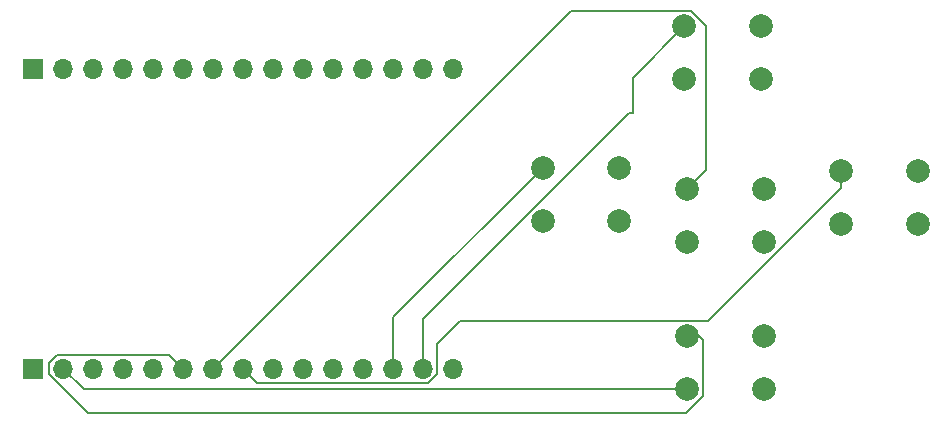
<source format=gbr>
%TF.GenerationSoftware,KiCad,Pcbnew,8.0.8*%
%TF.CreationDate,2025-06-12T22:03:47+05:30*%
%TF.ProjectId,Smart_Tic_Tac_Toe,536d6172-745f-4546-9963-5f5461635f54,rev?*%
%TF.SameCoordinates,Original*%
%TF.FileFunction,Copper,L2,Bot*%
%TF.FilePolarity,Positive*%
%FSLAX46Y46*%
G04 Gerber Fmt 4.6, Leading zero omitted, Abs format (unit mm)*
G04 Created by KiCad (PCBNEW 8.0.8) date 2025-06-12 22:03:47*
%MOMM*%
%LPD*%
G01*
G04 APERTURE LIST*
%TA.AperFunction,ComponentPad*%
%ADD10C,2.000000*%
%TD*%
%TA.AperFunction,ComponentPad*%
%ADD11R,1.700000X1.700000*%
%TD*%
%TA.AperFunction,ComponentPad*%
%ADD12O,1.700000X1.700000*%
%TD*%
%TA.AperFunction,Conductor*%
%ADD13C,0.200000*%
%TD*%
G04 APERTURE END LIST*
D10*
%TO.P,SW1,1,1*%
%TO.N,Net-(J1-Pin_13)*%
X132070000Y-83410000D03*
X138570000Y-83410000D03*
%TO.P,SW1,2,2*%
%TO.N,GND*%
X132070000Y-87910000D03*
X138570000Y-87910000D03*
%TD*%
%TO.P,SW2,1,1*%
%TO.N,Net-(J1-Pin_14)*%
X144070000Y-71410000D03*
X150570000Y-71410000D03*
%TO.P,SW2,2,2*%
%TO.N,GND*%
X144070000Y-75910000D03*
X150570000Y-75910000D03*
%TD*%
D11*
%TO.P,J1,1,Pin_1*%
%TO.N,unconnected-(J1-Pin_1-Pad1)*%
X88930000Y-100400000D03*
D12*
%TO.P,J1,2,Pin_2*%
%TO.N,GND*%
X91470000Y-100400000D03*
%TO.P,J1,3,Pin_3*%
%TO.N,unconnected-(J1-Pin_3-Pad3)*%
X94010000Y-100400000D03*
%TO.P,J1,4,Pin_4*%
%TO.N,unconnected-(J1-Pin_4-Pad4)*%
X96550000Y-100400000D03*
%TO.P,J1,5,Pin_5*%
%TO.N,unconnected-(J1-Pin_5-Pad5)*%
X99090000Y-100400000D03*
%TO.P,J1,6,Pin_6*%
%TO.N,Net-(J1-Pin_6)*%
X101630000Y-100400000D03*
%TO.P,J1,7,Pin_7*%
%TO.N,Net-(J1-Pin_7)*%
X104170000Y-100400000D03*
%TO.P,J1,8,Pin_8*%
%TO.N,Net-(J1-Pin_8)*%
X106710000Y-100400000D03*
%TO.P,J1,9,Pin_9*%
%TO.N,unconnected-(J1-Pin_9-Pad9)*%
X109250000Y-100400000D03*
%TO.P,J1,10,Pin_10*%
%TO.N,unconnected-(J1-Pin_10-Pad10)*%
X111790000Y-100400000D03*
%TO.P,J1,11,Pin_11*%
%TO.N,unconnected-(J1-Pin_11-Pad11)*%
X114330000Y-100400000D03*
%TO.P,J1,12,Pin_12*%
%TO.N,unconnected-(J1-Pin_12-Pad12)*%
X116870000Y-100400000D03*
%TO.P,J1,13,Pin_13*%
%TO.N,Net-(J1-Pin_13)*%
X119410000Y-100400000D03*
%TO.P,J1,14,Pin_14*%
%TO.N,Net-(J1-Pin_14)*%
X121950000Y-100400000D03*
%TO.P,J1,15,Pin_15*%
%TO.N,unconnected-(J1-Pin_15-Pad15)*%
X124490000Y-100400000D03*
%TD*%
D10*
%TO.P,SW5,1,1*%
%TO.N,Net-(J1-Pin_7)*%
X144320000Y-85160000D03*
X150820000Y-85160000D03*
%TO.P,SW5,2,2*%
%TO.N,GND*%
X144320000Y-89660000D03*
X150820000Y-89660000D03*
%TD*%
D11*
%TO.P,J2,1,Pin_1*%
%TO.N,unconnected-(J2-Pin_1-Pad1)*%
X88900000Y-75000000D03*
D12*
%TO.P,J2,2,Pin_2*%
%TO.N,unconnected-(J2-Pin_2-Pad2)*%
X91440000Y-75000000D03*
%TO.P,J2,3,Pin_3*%
%TO.N,unconnected-(J2-Pin_3-Pad3)*%
X93980000Y-75000000D03*
%TO.P,J2,4,Pin_4*%
%TO.N,unconnected-(J2-Pin_4-Pad4)*%
X96520000Y-75000000D03*
%TO.P,J2,5,Pin_5*%
%TO.N,unconnected-(J2-Pin_5-Pad5)*%
X99060000Y-75000000D03*
%TO.P,J2,6,Pin_6*%
%TO.N,unconnected-(J2-Pin_6-Pad6)*%
X101600000Y-75000000D03*
%TO.P,J2,7,Pin_7*%
%TO.N,unconnected-(J2-Pin_7-Pad7)*%
X104140000Y-75000000D03*
%TO.P,J2,8,Pin_8*%
%TO.N,unconnected-(J2-Pin_8-Pad8)*%
X106680000Y-75000000D03*
%TO.P,J2,9,Pin_9*%
%TO.N,unconnected-(J2-Pin_9-Pad9)*%
X109220000Y-75000000D03*
%TO.P,J2,10,Pin_10*%
%TO.N,unconnected-(J2-Pin_10-Pad10)*%
X111760000Y-75000000D03*
%TO.P,J2,11,Pin_11*%
%TO.N,unconnected-(J2-Pin_11-Pad11)*%
X114300000Y-75000000D03*
%TO.P,J2,12,Pin_12*%
%TO.N,unconnected-(J2-Pin_12-Pad12)*%
X116840000Y-75000000D03*
%TO.P,J2,13,Pin_13*%
%TO.N,unconnected-(J2-Pin_13-Pad13)*%
X119380000Y-75000000D03*
%TO.P,J2,14,Pin_14*%
%TO.N,unconnected-(J2-Pin_14-Pad14)*%
X121920000Y-75000000D03*
%TO.P,J2,15,Pin_15*%
%TO.N,unconnected-(J2-Pin_15-Pad15)*%
X124460000Y-75000000D03*
%TD*%
D10*
%TO.P,SW4,1,1*%
%TO.N,Net-(J1-Pin_6)*%
X144320000Y-97660000D03*
X150820000Y-97660000D03*
%TO.P,SW4,2,2*%
%TO.N,GND*%
X144320000Y-102160000D03*
X150820000Y-102160000D03*
%TD*%
%TO.P,SW3,1,1*%
%TO.N,Net-(J1-Pin_8)*%
X157320000Y-83660000D03*
X163820000Y-83660000D03*
%TO.P,SW3,2,2*%
%TO.N,GND*%
X157320000Y-88160000D03*
X163820000Y-88160000D03*
%TD*%
D13*
%TO.N,Net-(J1-Pin_7)*%
X145868527Y-83611473D02*
X145868527Y-71370049D01*
X144320000Y-85160000D02*
X145868527Y-83611473D01*
X144608478Y-70110000D02*
X134460000Y-70110000D01*
X145868527Y-71370049D02*
X144608478Y-70110000D01*
X134460000Y-70110000D02*
X104170000Y-100400000D01*
%TO.N,Net-(J1-Pin_13)*%
X132070000Y-83410000D02*
X119410000Y-96070000D01*
X119410000Y-96070000D02*
X119410000Y-100400000D01*
%TO.N,GND*%
X91470000Y-100400000D02*
X93230000Y-102160000D01*
X93230000Y-102160000D02*
X144320000Y-102160000D01*
%TO.N,Net-(J1-Pin_14)*%
X139401522Y-78740000D02*
X121950000Y-96191522D01*
X121950000Y-96191522D02*
X121950000Y-100400000D01*
X139700000Y-78740000D02*
X139401522Y-78740000D01*
X144070000Y-71410000D02*
X139700000Y-75780000D01*
X139700000Y-75780000D02*
X139700000Y-78740000D01*
%TO.N,Net-(J1-Pin_8)*%
X157320000Y-83660000D02*
X157320000Y-85074213D01*
X125050000Y-96360000D02*
X123100000Y-98310000D01*
X146034213Y-96360000D02*
X125050000Y-96360000D01*
X107910000Y-101600000D02*
X106710000Y-100400000D01*
X123100000Y-100876346D02*
X122376346Y-101600000D01*
X123100000Y-98310000D02*
X123100000Y-100876346D01*
X157320000Y-85074213D02*
X146034213Y-96360000D01*
X122376346Y-101600000D02*
X107910000Y-101600000D01*
%TO.N,Net-(J1-Pin_6)*%
X93583654Y-104140000D02*
X90320000Y-100876346D01*
X90320000Y-99923654D02*
X90993654Y-99250000D01*
X145299898Y-97660000D02*
X145620000Y-97980102D01*
X145620000Y-97980102D02*
X145620000Y-102698478D01*
X90993654Y-99250000D02*
X100480000Y-99250000D01*
X100480000Y-99250000D02*
X101630000Y-100400000D01*
X144178478Y-104140000D02*
X93583654Y-104140000D01*
X144320000Y-97660000D02*
X145299898Y-97660000D01*
X90320000Y-100876346D02*
X90320000Y-99923654D01*
X145620000Y-102698478D02*
X144178478Y-104140000D01*
%TD*%
M02*

</source>
